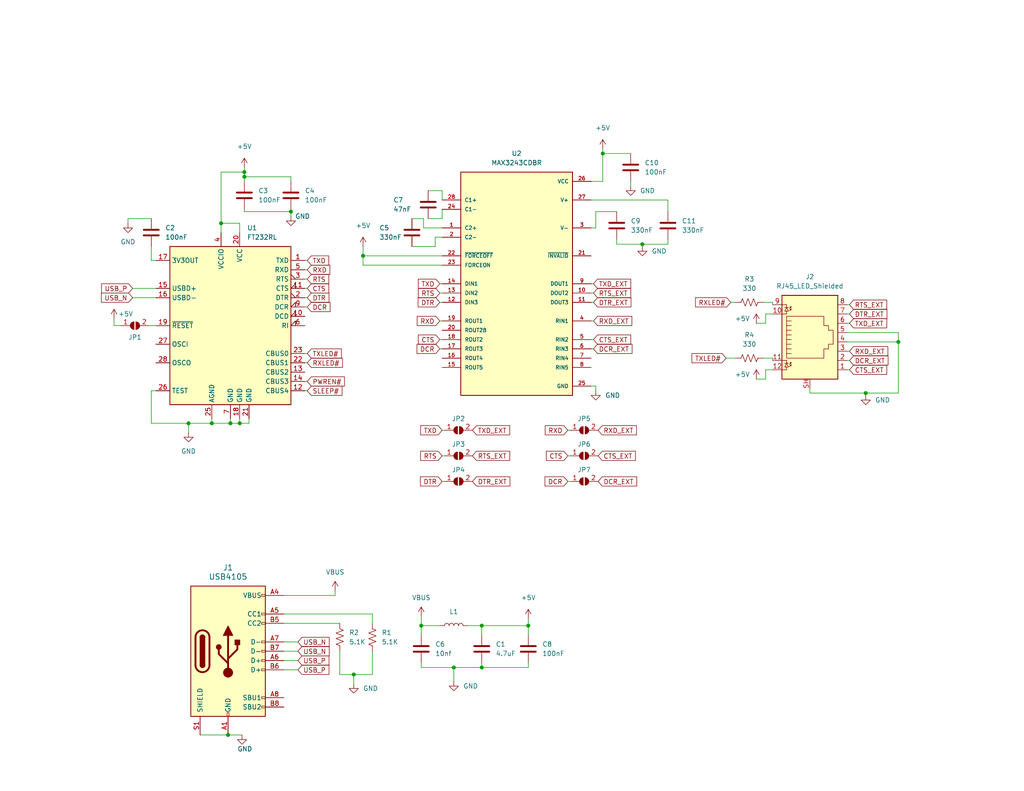
<source format=kicad_sch>
(kicad_sch (version 20231120) (generator "eeschema") (generator_version "8.0")
  (paper "USLetter")
  (title_block (title "USB-C to RS232 RJ45 Adapter") (date "2022-05-27") (rev "2.0"))
  (lib_symbols
    (symbol "Connector:RJ45_LED_Shielded" (pin_names (offset 1.016))
      (property "Reference" "J" (at -5.08 13.97 0))
      (property "Value" "RJ45_LED_Shielded" (at 1.27 13.97 0))
      (symbol "RJ45_LED_Shielded_0_1"
        (polyline (pts (xy -7.62 -7.62) (xy -6.35 -7.62)))
        (polyline (pts (xy -7.62 -5.08) (xy -6.35 -5.08)))
        (polyline (pts (xy -7.62 7.62) (xy -6.35 7.62)))
        (polyline (pts (xy -7.62 10.16) (xy -6.35 10.16)))
        (polyline (pts (xy -6.858 -5.842) (xy -5.842 -5.842)))
        (polyline (pts (xy -6.858 9.398) (xy -5.842 9.398)))
        (polyline (pts (xy -6.35 -7.62) (xy -6.35 -6.858)))
        (polyline (pts (xy -6.35 -5.08) (xy -6.35 -5.842)))
        (polyline (pts (xy -6.35 7.62) (xy -6.35 8.382)))
        (polyline (pts (xy -6.35 10.16) (xy -6.35 9.398)))
        (polyline (pts (xy -5.08 -6.223) (xy -5.207 -6.604)))
        (polyline (pts (xy -5.08 -5.588) (xy -5.207 -5.969)))
        (polyline (pts (xy -5.08 4.445) (xy -6.35 4.445)))
        (polyline (pts (xy -5.08 5.715) (xy -6.35 5.715)))
        (polyline (pts (xy -5.08 9.017) (xy -5.207 8.636)))
        (polyline (pts (xy -5.08 9.652) (xy -5.207 9.271)))
        (polyline (pts (xy -6.35 -3.175) (xy -5.08 -3.175) (xy -5.08 -3.175)))
        (polyline (pts (xy -6.35 -1.905) (xy -5.08 -1.905) (xy -5.08 -1.905)))
        (polyline (pts (xy -6.35 -0.635) (xy -5.08 -0.635) (xy -5.08 -0.635)))
        (polyline (pts (xy -6.35 0.635) (xy -5.08 0.635) (xy -5.08 0.635)))
        (polyline (pts (xy -6.35 1.905) (xy -5.08 1.905) (xy -5.08 1.905)))
        (polyline (pts (xy -5.588 -6.731) (xy -5.08 -6.223) (xy -5.461 -6.35)))
        (polyline (pts (xy -5.588 -6.096) (xy -5.08 -5.588) (xy -5.461 -5.715)))
        (polyline (pts (xy -5.588 8.509) (xy -5.08 9.017) (xy -5.461 8.89)))
        (polyline (pts (xy -5.588 9.144) (xy -5.08 9.652) (xy -5.461 9.525)))
        (polyline (pts (xy -5.08 3.175) (xy -6.35 3.175) (xy -6.35 3.175)))
        (polyline (pts (xy -6.35 -5.842) (xy -6.858 -6.858) (xy -5.842 -6.858) (xy -6.35 -5.842)))
        (polyline (pts (xy -6.35 9.398) (xy -6.858 8.382) (xy -5.842 8.382) (xy -6.35 9.398)))
        (polyline (pts (xy -6.35 -4.445) (xy -6.35 6.985) (xy 3.81 6.985) (xy 3.81 4.445) (xy 5.08 4.445) (xy 5.08 3.175) (xy 6.35 3.175) (xy 6.35 -0.635) (xy 5.08 -0.635) (xy 5.08 -1.905) (xy 3.81 -1.905) (xy 3.81 -4.445) (xy -6.35 -4.445) (xy -6.35 -4.445)))
        (rectangle (start 7.62 12.7) (end -7.62 -10.16) (stroke (width 0.254)) (fill (type background)))
      )
      (symbol "RJ45_LED_Shielded_1_1"
        (pin passive line (at 10.16 -7.62 180) (length 2.54) (name "~") (number "1"))
        (pin passive line (at -10.16 7.62 0) (length 2.54) (name "~") (number "10"))
        (pin passive line (at -10.16 -5.08 0) (length 2.54) (name "~") (number "11"))
        (pin passive line (at -10.16 -7.62 0) (length 2.54) (name "~") (number "12"))
        (pin passive line (at 10.16 -5.08 180) (length 2.54) (name "~") (number "2"))
        (pin passive line (at 10.16 -2.54 180) (length 2.54) (name "~") (number "3"))
        (pin passive line (at 10.16 0 180) (length 2.54) (name "~") (number "4"))
        (pin passive line (at 10.16 2.54 180) (length 2.54) (name "~") (number "5"))
        (pin passive line (at 10.16 5.08 180) (length 2.54) (name "~") (number "6"))
        (pin passive line (at 10.16 7.62 180) (length 2.54) (name "~") (number "7"))
        (pin passive line (at 10.16 10.16 180) (length 2.54) (name "~") (number "8"))
        (pin passive line (at -10.16 10.16 0) (length 2.54) (name "~") (number "9"))
        (pin passive line (at 0 -12.7 90) (length 2.54) (name "~") (number "SH"))
      )
    )
    (symbol "Connector:USB_C_Receptacle_USB2.0_16P" (pin_names (offset 1.016))
      (property "Reference" "J" (at 0 22.225 0))
      (property "Value" "USB_C_Receptacle_USB2.0_16P" (at 0 19.685 0))
      (symbol "USB_C_Receptacle_USB2.0_16P_0_0"
        (rectangle (start -0.254 -17.78) (end 0.254 -16.764))
        (rectangle (start 10.16 -14.986) (end 9.144 -15.494))
        (rectangle (start 10.16 -12.446) (end 9.144 -12.954))
        (rectangle (start 10.16 -4.826) (end 9.144 -5.334))
        (rectangle (start 10.16 -2.286) (end 9.144 -2.794))
        (rectangle (start 10.16 0.254) (end 9.144 -0.254))
        (rectangle (start 10.16 2.794) (end 9.144 2.286))
        (rectangle (start 10.16 7.874) (end 9.144 7.366))
        (rectangle (start 10.16 10.414) (end 9.144 9.906))
        (rectangle (start 10.16 15.494) (end 9.144 14.986))
      )
      (symbol "USB_C_Receptacle_USB2.0_16P_0_1"
        (rectangle (start -10.16 17.78) (end 10.16 -17.78) (stroke (width 0.254)) (fill (type background)))
        (arc (start -8.89 -3.81) (mid -6.985 -5.7067) (end -5.08 -3.81) (stroke (width 0.508)))
        (arc (start -7.62 -3.81) (mid -6.985 -4.4423) (end -6.35 -3.81) (stroke (width 0.254)))
        (arc (start -7.62 -3.81) (mid -6.985 -4.4423) (end -6.35 -3.81) (stroke (width 0.254)) (fill (type outline)))
        (rectangle (start -7.62 -3.81) (end -6.35 3.81) (stroke (width 0.254)) (fill (type outline)))
        (arc (start -6.35 3.81) (mid -6.985 4.4423) (end -7.62 3.81) (stroke (width 0.254)))
        (arc (start -6.35 3.81) (mid -6.985 4.4423) (end -7.62 3.81) (stroke (width 0.254)) (fill (type outline)))
        (arc (start -5.08 3.81) (mid -6.985 5.7067) (end -8.89 3.81) (stroke (width 0.508)))
        (circle (center -2.54 1.143) (radius 0.635) (stroke (width 0.254)) (fill (type outline)))
        (circle (center 0 -5.842) (radius 1.27) (fill (type outline)))
        (polyline (pts (xy -8.89 -3.81) (xy -8.89 3.81)) (stroke (width 0.508)))
        (polyline (pts (xy -5.08 3.81) (xy -5.08 -3.81)) (stroke (width 0.508)))
        (polyline (pts (xy 0 -5.842) (xy 0 4.318)) (stroke (width 0.508)))
        (polyline (pts (xy 0 -3.302) (xy -2.54 -0.762) (xy -2.54 0.508)) (stroke (width 0.508)))
        (polyline (pts (xy 0 -2.032) (xy 2.54 0.508) (xy 2.54 1.778)) (stroke (width 0.508)))
        (polyline (pts (xy -1.27 4.318) (xy 0 6.858) (xy 1.27 4.318) (xy -1.27 4.318)) (stroke (width 0.254)) (fill (type outline)))
        (rectangle (start 1.905 1.778) (end 3.175 3.048) (stroke (width 0.254)) (fill (type outline)))
      )
      (symbol "USB_C_Receptacle_USB2.0_16P_1_1"
        (pin passive line (at 0 -22.86 90) (length 5.08) (name "GND") (number "A1"))
        (pin passive line (at 0 -22.86 90) (length 5.08) hide (name "GND") (number "A12"))
        (pin passive line (at 15.24 15.24 180) (length 5.08) (name "VBUS") (number "A4"))
        (pin bidirectional line (at 15.24 10.16 180) (length 5.08) (name "CC1") (number "A5"))
        (pin bidirectional line (at 15.24 -2.54 180) (length 5.08) (name "D+") (number "A6"))
        (pin bidirectional line (at 15.24 2.54 180) (length 5.08) (name "D-") (number "A7"))
        (pin bidirectional line (at 15.24 -12.7 180) (length 5.08) (name "SBU1") (number "A8"))
        (pin passive line (at 15.24 15.24 180) (length 5.08) hide (name "VBUS") (number "A9"))
        (pin passive line (at 0 -22.86 90) (length 5.08) hide (name "GND") (number "B1"))
        (pin passive line (at 0 -22.86 90) (length 5.08) hide (name "GND") (number "B12"))
        (pin passive line (at 15.24 15.24 180) (length 5.08) hide (name "VBUS") (number "B4"))
        (pin bidirectional line (at 15.24 7.62 180) (length 5.08) (name "CC2") (number "B5"))
        (pin bidirectional line (at 15.24 -5.08 180) (length 5.08) (name "D+") (number "B6"))
        (pin bidirectional line (at 15.24 0 180) (length 5.08) (name "D-") (number "B7"))
        (pin bidirectional line (at 15.24 -15.24 180) (length 5.08) (name "SBU2") (number "B8"))
        (pin passive line (at 15.24 15.24 180) (length 5.08) hide (name "VBUS") (number "B9"))
        (pin passive line (at -7.62 -22.86 90) (length 5.08) (name "SHIELD") (number "S1"))
      )
    )
    (symbol "CustomSymbols:MAX3243CDBR" (pin_names (offset 1.016))
      (property "Reference" "U?" (at 0 35.56 0))
      (property "Value" "MAX3243CDBR" (at 0 33.02 0))
      (symbol "MAX3243CDBR_0_0"
        (rectangle (start -15.24 -30.48) (end 15.24 30.48) (stroke (width 0.254)) (fill (type background)))
        (pin passive line (at -20.32 15.24 0) (length 5.08) (name "C2+") (number "1"))
        (pin output line (at 20.32 -2.54 180) (length 5.08) (name "DOUT2") (number "10"))
        (pin output line (at 20.32 -5.08 180) (length 5.08) (name "DOUT3") (number "11"))
        (pin input line (at -20.32 -5.08 0) (length 5.08) (name "DIN3") (number "12"))
        (pin input line (at -20.32 -2.54 0) (length 5.08) (name "DIN2") (number "13"))
        (pin input line (at -20.32 0 0) (length 5.08) (name "DIN1") (number "14"))
        (pin output line (at -20.32 -22.86 0) (length 5.08) (name "ROUT5") (number "15"))
        (pin output line (at -20.32 -20.32 0) (length 5.08) (name "ROUT4") (number "16"))
        (pin output line (at -20.32 -17.78 0) (length 5.08) (name "ROUT3") (number "17"))
        (pin output line (at -20.32 -15.24 0) (length 5.08) (name "ROUT2") (number "18"))
        (pin output line (at -20.32 -10.16 0) (length 5.08) (name "ROUT1") (number "19"))
        (pin passive line (at -20.32 12.7 0) (length 5.08) (name "C2-") (number "2"))
        (pin output line (at -20.32 -12.7 0) (length 5.08) (name "ROUT2B") (number "20"))
        (pin output line (at 20.32 7.62 180) (length 5.08) (name "~{INVALID}") (number "21"))
        (pin input line (at -20.32 7.62 0) (length 5.08) (name "~{FORCEOFF}") (number "22"))
        (pin input line (at -20.32 5.08 0) (length 5.08) (name "FORCEON") (number "23"))
        (pin passive line (at -20.32 20.32 0) (length 5.08) (name "C1-") (number "24"))
        (pin power_in line (at 20.32 -27.94 180) (length 5.08) (name "GND") (number "25"))
        (pin power_in line (at 20.32 27.94 180) (length 5.08) (name "VCC") (number "26"))
        (pin output line (at 20.32 22.86 180) (length 5.08) (name "V+") (number "27"))
        (pin passive line (at -20.32 22.86 0) (length 5.08) (name "C1+") (number "28"))
        (pin output line (at 20.32 15.24 180) (length 5.08) (name "V-") (number "3"))
        (pin input line (at 20.32 -10.16 180) (length 5.08) (name "RIN1") (number "4"))
        (pin input line (at 20.32 -15.24 180) (length 5.08) (name "RIN2") (number "5"))
        (pin input line (at 20.32 -17.78 180) (length 5.08) (name "RIN3") (number "6"))
        (pin input line (at 20.32 -20.32 180) (length 5.08) (name "RIN4") (number "7"))
        (pin input line (at 20.32 -22.86 180) (length 5.08) (name "RIN5") (number "8"))
        (pin output line (at 20.32 0 180) (length 5.08) (name "DOUT1") (number "9"))
      )
    )
    (symbol "Device:C" (pin_numbers hide) (pin_names (offset 0.254))
      (property "Reference" "C" (at 0.635 2.54 0))
      (property "Value" "C" (at 0.635 -2.54 0))
      (symbol "C_0_1"
        (polyline (pts (xy -2.032 -0.762) (xy 2.032 -0.762)) (stroke (width 0.508)))
        (polyline (pts (xy -2.032 0.762) (xy 2.032 0.762)) (stroke (width 0.508)))
      )
      (symbol "C_1_1"
        (pin passive line (at 0 3.81 270) (length 2.794) (name "~") (number "1"))
        (pin passive line (at 0 -3.81 90) (length 2.794) (name "~") (number "2"))
      )
    )
    (symbol "Device:L" (pin_numbers hide) (pin_names (offset 1.016) hide)
      (property "Reference" "L" (at -1.27 0 90))
      (property "Value" "L" (at 1.905 0 90))
      (symbol "L_0_1"
        (arc (start 0 -2.54) (mid 0.6323 -1.905) (end 0 -1.27))
        (arc (start 0 -1.27) (mid 0.6323 -0.635) (end 0 0))
        (arc (start 0 0) (mid 0.6323 0.635) (end 0 1.27))
        (arc (start 0 1.27) (mid 0.6323 1.905) (end 0 2.54))
      )
      (symbol "L_1_1"
        (pin passive line (at 0 3.81 270) (length 1.27) (name "1") (number "1"))
        (pin passive line (at 0 -3.81 90) (length 1.27) (name "2") (number "2"))
      )
    )
    (symbol "Device:R_US" (pin_numbers hide) (pin_names (offset 0))
      (property "Reference" "R" (at 2.54 0 90))
      (property "Value" "R_US" (at -2.54 0 90))
      (symbol "R_US_0_1"
        (polyline (pts (xy 0 -2.286) (xy 0 -2.54)))
        (polyline (pts (xy 0 2.286) (xy 0 2.54)))
        (polyline (pts (xy 0 -0.762) (xy 1.016 -1.143) (xy 0 -1.524) (xy -1.016 -1.905) (xy 0 -2.286)))
        (polyline (pts (xy 0 0.762) (xy 1.016 0.381) (xy 0 0) (xy -1.016 -0.381) (xy 0 -0.762)))
        (polyline (pts (xy 0 2.286) (xy 1.016 1.905) (xy 0 1.524) (xy -1.016 1.143) (xy 0 0.762)))
      )
      (symbol "R_US_1_1"
        (pin passive line (at 0 3.81 270) (length 1.27) (name "~") (number "1"))
        (pin passive line (at 0 -3.81 90) (length 1.27) (name "~") (number "2"))
      )
    )
    (symbol "Interface_USB:FT232RL"
      (property "Reference" "U" (at -16.51 22.86 0))
      (property "Value" "FT232RL" (at 10.16 22.86 0))
      (symbol "FT232RL_0_1"
        (rectangle (start -16.51 21.59) (end 16.51 -21.59) (stroke (width 0.254)) (fill (type background)))
      )
      (symbol "FT232RL_1_1"
        (pin output line (at 20.32 17.78 180) (length 3.81) (name "TXD") (number "1"))
        (pin input input_low (at 20.32 2.54 180) (length 3.81) (name "DCD") (number "10"))
        (pin input input_low (at 20.32 10.16 180) (length 3.81) (name "CTS") (number "11"))
        (pin bidirectional line (at 20.32 -17.78 180) (length 3.81) (name "CBUS4") (number "12"))
        (pin bidirectional line (at 20.32 -12.7 180) (length 3.81) (name "CBUS2") (number "13"))
        (pin bidirectional line (at 20.32 -15.24 180) (length 3.81) (name "CBUS3") (number "14"))
        (pin bidirectional line (at -20.32 10.16 0) (length 3.81) (name "USBD+") (number "15"))
        (pin bidirectional line (at -20.32 7.62 0) (length 3.81) (name "USBD-") (number "16"))
        (pin power_out line (at -20.32 17.78 0) (length 3.81) (name "3V3OUT") (number "17"))
        (pin power_in line (at 2.54 -25.4 90) (length 3.81) (name "GND") (number "18"))
        (pin input line (at -20.32 0 0) (length 3.81) (name "~{RESET}") (number "19"))
        (pin output output_low (at 20.32 7.62 180) (length 3.81) (name "DTR") (number "2"))
        (pin power_in line (at 2.54 25.4 270) (length 3.81) (name "VCC") (number "20"))
        (pin power_in line (at 5.08 -25.4 90) (length 3.81) (name "GND") (number "21"))
        (pin bidirectional line (at 20.32 -10.16 180) (length 3.81) (name "CBUS1") (number "22"))
        (pin bidirectional line (at 20.32 -7.62 180) (length 3.81) (name "CBUS0") (number "23"))
        (pin power_in line (at -5.08 -25.4 90) (length 3.81) (name "AGND") (number "25"))
        (pin input line (at -20.32 -17.78 0) (length 3.81) (name "TEST") (number "26"))
        (pin input line (at -20.32 -5.08 0) (length 3.81) (name "OSCI") (number "27"))
        (pin output line (at -20.32 -10.16 0) (length 3.81) (name "OSCO") (number "28"))
        (pin output output_low (at 20.32 12.7 180) (length 3.81) (name "RTS") (number "3"))
        (pin power_in line (at -2.54 25.4 270) (length 3.81) (name "VCCIO") (number "4"))
        (pin input line (at 20.32 15.24 180) (length 3.81) (name "RXD") (number "5"))
        (pin input input_low (at 20.32 0 180) (length 3.81) (name "RI") (number "6"))
        (pin power_in line (at 0 -25.4 90) (length 3.81) (name "GND") (number "7"))
        (pin input input_low (at 20.32 5.08 180) (length 3.81) (name "DCR") (number "9"))
      )
    )
    (symbol "Jumper:SolderJumper_2_Open" (pin_names (offset 0) hide)
      (property "Reference" "JP" (at 0 2.032 0))
      (property "Value" "SolderJumper_2_Open" (at 0 -2.54 0))
      (symbol "SolderJumper_2_Open_0_1"
        (arc (start -0.254 1.016) (mid -1.2655 0) (end -0.254 -1.016))
        (arc (start -0.254 1.016) (mid -1.2655 0) (end -0.254 -1.016) (fill (type outline)))
        (polyline (pts (xy -0.254 1.016) (xy -0.254 -1.016)))
        (polyline (pts (xy 0.254 1.016) (xy 0.254 -1.016)))
        (arc (start 0.254 -1.016) (mid 1.2655 0) (end 0.254 1.016))
        (arc (start 0.254 -1.016) (mid 1.2655 0) (end 0.254 1.016) (fill (type outline)))
      )
      (symbol "SolderJumper_2_Open_1_1"
        (pin passive line (at -3.81 0 0) (length 2.54) (name "A") (number "1"))
        (pin passive line (at 3.81 0 180) (length 2.54) (name "B") (number "2"))
      )
    )
    (symbol "power:+5V" (power) (pin_names (offset 0))
      (property "Value" "+5V" (at 0 3.556 0))
      (symbol "+5V_0_1"
        (polyline (pts (xy -0.762 1.27) (xy 0 2.54)))
        (polyline (pts (xy 0 0) (xy 0 2.54)))
        (polyline (pts (xy 0 2.54) (xy 0.762 1.27)))
      )
      (symbol "+5V_1_1"
        (pin power_in line (at 0 0 90) (length 0) hide (name "+5V") (number "1"))
      )
    )
    (symbol "power:GND" (power) (pin_names (offset 0))
      (property "Value" "GND" (at 0 -3.81 0))
      (symbol "GND_0_1"
        (polyline (pts (xy 0 0) (xy 0 -1.27) (xy 1.27 -1.27) (xy 0 -2.54) (xy -1.27 -1.27) (xy 0 -1.27)))
      )
      (symbol "GND_1_1"
        (pin power_in line (at 0 0 270) (length 0) hide (name "GND") (number "1"))
      )
    )
    (symbol "power:VBUS" (power) (pin_names (offset 0))
      (property "Value" "VBUS" (at 0 3.81 0))
      (symbol "VBUS_0_1"
        (polyline (pts (xy -0.762 1.27) (xy 0 2.54)))
        (polyline (pts (xy 0 0) (xy 0 2.54)))
        (polyline (pts (xy 0 2.54) (xy 0.762 1.27)))
      )
      (symbol "VBUS_1_1"
        (pin power_in line (at 0 0 90) (length 0) hide (name "VBUS") (number "1"))
      )
    )
  )
  (junction (at 114.935 170.815))
  (junction (at 99.06 69.85))
  (junction (at 62.23 200.66))
  (junction (at 66.675 48.26))
  (junction (at 131.445 170.815))
  (junction (at 175.26 66.675))
  (junction (at 131.445 182.245))
  (junction (at 62.865 115.57))
  (junction (at 236.22 107.315))
  (junction (at 96.52 184.15))
  (junction (at 66.675 46.99))
  (junction (at 57.785 115.57))
  (junction (at 123.825 182.245))
  (junction (at 60.325 60.96))
  (junction (at 79.375 57.785))
  (junction (at 51.435 115.57))
  (junction (at 144.145 170.815))
  (junction (at 245.11 93.345))
  (junction (at 164.465 41.91))
  (junction (at 65.405 115.57))
  (wire (pts (xy 231.14 93.345) (xy 245.11 93.345)))
  (wire (pts (xy 66.675 48.26) (xy 66.675 49.53)))
  (wire (pts (xy 164.465 41.91) (xy 172.085 41.91)))
  (wire (pts (xy 34.925 59.69) (xy 41.275 59.69)))
  (wire (pts (xy 245.11 93.345) (xy 245.11 107.315)))
  (wire (pts (xy 161.925 77.47) (xy 161.29 77.47)))
  (wire (pts (xy 220.98 107.315) (xy 236.22 107.315)))
  (wire (pts (xy 34.925 59.69) (xy 34.925 60.96)))
  (wire (pts (xy 164.465 40.64) (xy 164.465 41.91)))
  (wire (pts (xy 83.82 99.06) (xy 83.185 99.06)))
  (wire (pts (xy 60.325 46.99) (xy 60.325 60.96)))
  (wire (pts (xy 162.56 57.785) (xy 168.275 57.785)))
  (wire (pts (xy 120.65 117.475) (xy 121.285 117.475)))
  (wire (pts (xy 154.94 124.46) (xy 155.575 124.46)))
  (wire (pts (xy 79.375 49.53) (xy 79.375 48.26)))
  (wire (pts (xy 79.375 57.785) (xy 79.375 59.055)))
  (wire (pts (xy 144.145 180.975) (xy 144.145 182.245)))
  (wire (pts (xy 77.47 182.88) (xy 81.28 182.88)))
  (wire (pts (xy 120.015 77.47) (xy 120.65 77.47)))
  (wire (pts (xy 51.435 115.57) (xy 41.275 115.57)))
  (wire (pts (xy 65.405 114.3) (xy 65.405 115.57)))
  (wire (pts (xy 114.935 182.245) (xy 123.825 182.245)))
  (wire (pts (xy 77.47 167.64) (xy 101.6 167.64)))
  (wire (pts (xy 161.925 92.71) (xy 161.29 92.71)))
  (wire (pts (xy 161.29 54.61) (xy 182.245 54.61)))
  (wire (pts (xy 120.65 131.445) (xy 121.285 131.445)))
  (wire (pts (xy 161.29 49.53) (xy 164.465 49.53)))
  (wire (pts (xy 208.915 88.265) (xy 206.375 88.265)))
  (wire (pts (xy 161.925 87.63) (xy 161.29 87.63)))
  (wire (pts (xy 118.745 64.77) (xy 120.65 64.77)))
  (wire (pts (xy 77.47 162.56) (xy 91.44 162.56)))
  (wire (pts (xy 231.14 95.885) (xy 231.775 95.885)))
  (wire (pts (xy 91.44 161.29) (xy 91.44 162.56)))
  (wire (pts (xy 65.405 60.96) (xy 65.405 63.5)))
  (wire (pts (xy 120.015 87.63) (xy 120.65 87.63)))
  (wire (pts (xy 62.23 200.66) (xy 66.04 200.66)))
  (wire (pts (xy 31.115 86.995) (xy 31.115 88.9)))
  (wire (pts (xy 208.915 100.965) (xy 208.915 103.505)))
  (wire (pts (xy 120.015 80.01) (xy 120.65 80.01)))
  (wire (pts (xy 144.145 182.245) (xy 131.445 182.245)))
  (wire (pts (xy 120.65 124.46) (xy 121.285 124.46)))
  (wire (pts (xy 114.935 180.975) (xy 114.935 182.245)))
  (wire (pts (xy 154.94 131.445) (xy 155.575 131.445)))
  (wire (pts (xy 83.82 104.14) (xy 83.185 104.14)))
  (wire (pts (xy 83.82 73.66) (xy 83.185 73.66)))
  (wire (pts (xy 131.445 180.975) (xy 131.445 182.245)))
  (wire (pts (xy 41.275 106.68) (xy 42.545 106.68)))
  (wire (pts (xy 154.94 117.475) (xy 155.575 117.475)))
  (wire (pts (xy 77.47 175.26) (xy 81.28 175.26)))
  (wire (pts (xy 120.65 69.85) (xy 99.06 69.85)))
  (wire (pts (xy 79.375 48.26) (xy 66.675 48.26)))
  (wire (pts (xy 144.145 168.91) (xy 144.145 170.815)))
  (wire (pts (xy 83.82 71.12) (xy 83.185 71.12)))
  (wire (pts (xy 36.195 81.28) (xy 42.545 81.28)))
  (wire (pts (xy 182.245 66.675) (xy 175.26 66.675)))
  (wire (pts (xy 42.545 71.12) (xy 41.275 71.12)))
  (wire (pts (xy 99.06 67.31) (xy 99.06 69.85)))
  (wire (pts (xy 66.675 57.785) (xy 79.375 57.785)))
  (wire (pts (xy 245.11 90.805) (xy 245.11 93.345)))
  (wire (pts (xy 120.015 82.55) (xy 120.65 82.55)))
  (wire (pts (xy 66.675 46.99) (xy 66.675 48.26)))
  (wire (pts (xy 31.115 88.9) (xy 33.02 88.9)))
  (wire (pts (xy 92.71 177.8) (xy 92.71 184.15)))
  (wire (pts (xy 65.405 115.57) (xy 62.865 115.57)))
  (wire (pts (xy 208.915 103.505) (xy 206.375 103.505)))
  (wire (pts (xy 245.11 107.315) (xy 236.22 107.315)))
  (wire (pts (xy 231.14 85.725) (xy 231.775 85.725)))
  (wire (pts (xy 162.56 62.23) (xy 162.56 57.785)))
  (wire (pts (xy 172.085 49.53) (xy 172.085 50.8)))
  (wire (pts (xy 57.785 114.3) (xy 57.785 115.57)))
  (wire (pts (xy 36.195 78.74) (xy 42.545 78.74)))
  (wire (pts (xy 77.47 180.34) (xy 81.28 180.34)))
  (wire (pts (xy 127.635 170.815) (xy 131.445 170.815)))
  (wire (pts (xy 101.6 184.15) (xy 96.52 184.15)))
  (wire (pts (xy 120.65 52.07) (xy 116.84 52.07)))
  (wire (pts (xy 114.935 168.275) (xy 114.935 170.815)))
  (wire (pts (xy 208.28 97.79) (xy 210.82 97.79)))
  (wire (pts (xy 144.145 173.355) (xy 144.145 170.815)))
  (wire (pts (xy 92.71 184.15) (xy 96.52 184.15)))
  (wire (pts (xy 210.82 100.965) (xy 208.915 100.965)))
  (wire (pts (xy 182.245 65.405) (xy 182.245 66.675)))
  (wire (pts (xy 220.98 106.045) (xy 220.98 107.315)))
  (wire (pts (xy 131.445 182.245) (xy 123.825 182.245)))
  (wire (pts (xy 208.915 85.725) (xy 208.915 88.265)))
  (wire (pts (xy 120.65 54.61) (xy 120.65 52.07)))
  (wire (pts (xy 60.325 60.96) (xy 60.325 63.5)))
  (wire (pts (xy 175.26 67.31) (xy 175.26 66.675)))
  (wire (pts (xy 231.14 100.965) (xy 231.775 100.965)))
  (wire (pts (xy 210.82 97.79) (xy 210.82 98.425)))
  (wire (pts (xy 57.785 115.57) (xy 62.865 115.57)))
  (wire (pts (xy 83.82 78.74) (xy 83.185 78.74)))
  (wire (pts (xy 168.275 65.405) (xy 168.275 66.675)))
  (wire (pts (xy 123.825 182.245) (xy 123.825 186.055)))
  (wire (pts (xy 161.925 82.55) (xy 161.29 82.55)))
  (wire (pts (xy 182.245 54.61) (xy 182.245 57.785)))
  (wire (pts (xy 112.395 67.31) (xy 118.745 67.31)))
  (wire (pts (xy 162.56 62.23) (xy 161.29 62.23)))
  (wire (pts (xy 66.675 45.72) (xy 66.675 46.99)))
  (wire (pts (xy 79.375 57.15) (xy 79.375 57.785)))
  (wire (pts (xy 116.84 59.69) (xy 120.65 59.69)))
  (wire (pts (xy 236.22 107.315) (xy 236.22 107.95)))
  (wire (pts (xy 118.745 67.31) (xy 118.745 64.77)))
  (wire (pts (xy 161.925 95.25) (xy 161.29 95.25)))
  (wire (pts (xy 198.12 97.79) (xy 200.66 97.79)))
  (wire (pts (xy 131.445 170.815) (xy 131.445 173.355)))
  (wire (pts (xy 99.06 69.85) (xy 99.06 72.39)))
  (wire (pts (xy 208.28 82.55) (xy 210.82 82.55)))
  (wire (pts (xy 62.23 199.39) (xy 62.23 200.66)))
  (wire (pts (xy 83.82 96.52) (xy 83.185 96.52)))
  (wire (pts (xy 101.6 167.64) (xy 101.6 170.18)))
  (wire (pts (xy 54.61 200.66) (xy 62.23 200.66)))
  (wire (pts (xy 51.435 115.57) (xy 51.435 118.11)))
  (wire (pts (xy 77.47 177.8) (xy 81.28 177.8)))
  (wire (pts (xy 66.675 46.99) (xy 60.325 46.99)))
  (wire (pts (xy 83.82 81.28) (xy 83.185 81.28)))
  (wire (pts (xy 112.395 59.69) (xy 115.57 59.69)))
  (wire (pts (xy 144.145 170.815) (xy 131.445 170.815)))
  (wire (pts (xy 210.82 85.725) (xy 208.915 85.725)))
  (wire (pts (xy 62.865 114.3) (xy 62.865 115.57)))
  (wire (pts (xy 162.56 105.41) (xy 162.56 106.68)))
  (wire (pts (xy 120.65 59.69) (xy 120.65 57.15)))
  (wire (pts (xy 120.015 92.71) (xy 120.65 92.71)))
  (wire (pts (xy 120.015 95.25) (xy 120.65 95.25)))
  (wire (pts (xy 83.82 76.2) (xy 83.185 76.2)))
  (wire (pts (xy 41.275 71.12) (xy 41.275 67.31)))
  (wire (pts (xy 83.82 106.68) (xy 83.185 106.68)))
  (wire (pts (xy 168.275 66.675) (xy 175.26 66.675)))
  (wire (pts (xy 199.39 82.55) (xy 200.66 82.55)))
  (wire (pts (xy 83.82 83.82) (xy 83.185 83.82)))
  (wire (pts (xy 41.275 115.57) (xy 41.275 106.68)))
  (wire (pts (xy 67.945 114.3) (xy 67.945 115.57)))
  (wire (pts (xy 101.6 177.8) (xy 101.6 184.15)))
  (wire (pts (xy 40.64 88.9) (xy 42.545 88.9)))
  (wire (pts (xy 115.57 62.23) (xy 120.65 62.23)))
  (wire (pts (xy 231.14 90.805) (xy 245.11 90.805)))
  (wire (pts (xy 210.82 82.55) (xy 210.82 83.185)))
  (wire (pts (xy 231.14 88.265) (xy 231.775 88.265)))
  (wire (pts (xy 120.65 72.39) (xy 99.06 72.39)))
  (wire (pts (xy 77.47 170.18) (xy 92.71 170.18)))
  (wire (pts (xy 231.14 83.185) (xy 231.775 83.185)))
  (wire (pts (xy 60.325 60.96) (xy 65.405 60.96)))
  (wire (pts (xy 96.52 186.69) (xy 96.52 184.15)))
  (wire (pts (xy 115.57 59.69) (xy 115.57 62.23)))
  (wire (pts (xy 231.14 98.425) (xy 231.775 98.425)))
  (wire (pts (xy 114.935 170.815) (xy 120.015 170.815)))
  (wire (pts (xy 164.465 49.53) (xy 164.465 41.91)))
  (wire (pts (xy 161.29 105.41) (xy 162.56 105.41)))
  (wire (pts (xy 66.675 57.15) (xy 66.675 57.785)))
  (wire (pts (xy 161.925 80.01) (xy 161.29 80.01)))
  (wire (pts (xy 67.945 115.57) (xy 65.405 115.57)))
  (wire (pts (xy 114.935 170.815) (xy 114.935 173.355)))
  (wire (pts (xy 57.785 115.57) (xy 51.435 115.57)))
  (global_label "RXD_EXT" (shape input) (at 163.195 117.475 0) (property "Intersheetrefs" "${INTERSHEET_REFS}" (effects (hide yes))))
  (global_label "TXD_EXT" (shape input) (at 231.775 88.265 0) (property "Intersheetrefs" "${INTERSHEET_REFS}" (effects (hide yes))))
  (global_label "DCR" (shape input) (at 120.015 95.25 180) (property "Intersheetrefs" "${INTERSHEET_REFS}" (effects (hide yes))))
  (global_label "USB_N" (shape input) (at 36.195 81.28 180) (property "Intersheetrefs" "${INTERSHEET_REFS}" (effects (hide yes))))
  (global_label "RXD_EXT" (shape input) (at 231.775 95.885 0) (property "Intersheetrefs" "${INTERSHEET_REFS}" (effects (hide yes))))
  (global_label "RXLED#" (shape input) (at 83.82 99.06 0) (property "Intersheetrefs" "${INTERSHEET_REFS}" (effects (hide yes))))
  (global_label "RTS" (shape input) (at 120.015 80.01 180) (property "Intersheetrefs" "${INTERSHEET_REFS}" (effects (hide yes))))
  (global_label "RXD_EXT" (shape input) (at 161.925 87.63 0) (property "Intersheetrefs" "${INTERSHEET_REFS}" (effects (hide yes))))
  (global_label "TXD" (shape input) (at 83.82 71.12 0) (property "Intersheetrefs" "${INTERSHEET_REFS}" (effects (hide yes))))
  (global_label "TXD_EXT" (shape input) (at 128.905 117.475 0) (property "Intersheetrefs" "${INTERSHEET_REFS}" (effects (hide yes))))
  (global_label "USB_N" (shape input) (at 81.28 177.8 0) (property "Intersheetrefs" "${INTERSHEET_REFS}" (effects (hide yes))))
  (global_label "RXD" (shape input) (at 120.015 87.63 180) (property "Intersheetrefs" "${INTERSHEET_REFS}" (effects (hide yes))))
  (global_label "DCR_EXT" (shape input) (at 231.775 98.425 0) (property "Intersheetrefs" "${INTERSHEET_REFS}" (effects (hide yes))))
  (global_label "TXD" (shape input) (at 120.65 117.475 180) (property "Intersheetrefs" "${INTERSHEET_REFS}" (effects (hide yes))))
  (global_label "CTS" (shape input) (at 154.94 124.46 180) (property "Intersheetrefs" "${INTERSHEET_REFS}" (effects (hide yes))))
  (global_label "RXD" (shape input) (at 154.94 117.475 180) (property "Intersheetrefs" "${INTERSHEET_REFS}" (effects (hide yes))))
  (global_label "DTR" (shape input) (at 120.015 82.55 180) (property "Intersheetrefs" "${INTERSHEET_REFS}" (effects (hide yes))))
  (global_label "DTR_EXT" (shape input) (at 161.925 82.55 0) (property "Intersheetrefs" "${INTERSHEET_REFS}" (effects (hide yes))))
  (global_label "RXD" (shape input) (at 83.82 73.66 0) (property "Intersheetrefs" "${INTERSHEET_REFS}" (effects (hide yes))))
  (global_label "RTS" (shape input) (at 120.65 124.46 180) (property "Intersheetrefs" "${INTERSHEET_REFS}" (effects (hide yes))))
  (global_label "TXD_EXT" (shape input) (at 161.925 77.47 0) (property "Intersheetrefs" "${INTERSHEET_REFS}" (effects (hide yes))))
  (global_label "USB_P" (shape input) (at 81.28 180.34 0) (property "Intersheetrefs" "${INTERSHEET_REFS}" (effects (hide yes))))
  (global_label "CTS" (shape input) (at 120.015 92.71 180) (property "Intersheetrefs" "${INTERSHEET_REFS}" (effects (hide yes))))
  (global_label "CTS" (shape input) (at 83.82 78.74 0) (property "Intersheetrefs" "${INTERSHEET_REFS}" (effects (hide yes))))
  (global_label "USB_N" (shape input) (at 81.28 175.26 0) (property "Intersheetrefs" "${INTERSHEET_REFS}" (effects (hide yes))))
  (global_label "RTS" (shape input) (at 83.82 76.2 0) (property "Intersheetrefs" "${INTERSHEET_REFS}" (effects (hide yes))))
  (global_label "DTR" (shape input) (at 120.65 131.445 180) (property "Intersheetrefs" "${INTERSHEET_REFS}" (effects (hide yes))))
  (global_label "SLEEP#" (shape input) (at 83.82 106.68 0) (property "Intersheetrefs" "${INTERSHEET_REFS}" (effects (hide yes))))
  (global_label "DCR" (shape input) (at 154.94 131.445 180) (property "Intersheetrefs" "${INTERSHEET_REFS}" (effects (hide yes))))
  (global_label "USB_P" (shape input) (at 81.28 182.88 0) (property "Intersheetrefs" "${INTERSHEET_REFS}" (effects (hide yes))))
  (global_label "DTR_EXT" (shape input) (at 128.905 131.445 0) (property "Intersheetrefs" "${INTERSHEET_REFS}" (effects (hide yes))))
  (global_label "DTR" (shape input) (at 83.82 81.28 0) (property "Intersheetrefs" "${INTERSHEET_REFS}" (effects (hide yes))))
  (global_label "TXD" (shape input) (at 120.015 77.47 180) (property "Intersheetrefs" "${INTERSHEET_REFS}" (effects (hide yes))))
  (global_label "DCR_EXT" (shape input) (at 163.195 131.445 0) (property "Intersheetrefs" "${INTERSHEET_REFS}" (effects (hide yes))))
  (global_label "CTS_EXT" (shape input) (at 163.195 124.46 0) (property "Intersheetrefs" "${INTERSHEET_REFS}" (effects (hide yes))))
  (global_label "DCR" (shape input) (at 83.82 83.82 0) (property "Intersheetrefs" "${INTERSHEET_REFS}" (effects (hide yes))))
  (global_label "CTS_EXT" (shape input) (at 231.775 100.965 0) (property "Intersheetrefs" "${INTERSHEET_REFS}" (effects (hide yes))))
  (global_label "PWREN#" (shape input) (at 83.82 104.14 0) (property "Intersheetrefs" "${INTERSHEET_REFS}" (effects (hide yes))))
  (global_label "CTS_EXT" (shape input) (at 161.925 92.71 0) (property "Intersheetrefs" "${INTERSHEET_REFS}" (effects (hide yes))))
  (global_label "RXLED#" (shape input) (at 199.39 82.55 180) (property "Intersheetrefs" "${INTERSHEET_REFS}" (effects (hide yes))))
  (global_label "USB_P" (shape input) (at 36.195 78.74 180) (property "Intersheetrefs" "${INTERSHEET_REFS}" (effects (hide yes))))
  (global_label "TXLED#" (shape input) (at 83.82 96.52 0) (property "Intersheetrefs" "${INTERSHEET_REFS}" (effects (hide yes))))
  (global_label "RTS_EXT" (shape input) (at 128.905 124.46 0) (property "Intersheetrefs" "${INTERSHEET_REFS}" (effects (hide yes))))
  (global_label "RTS_EXT" (shape input) (at 231.775 83.185 0) (property "Intersheetrefs" "${INTERSHEET_REFS}" (effects (hide yes))))
  (global_label "RTS_EXT" (shape input) (at 161.925 80.01 0) (property "Intersheetrefs" "${INTERSHEET_REFS}" (effects (hide yes))))
  (global_label "DTR_EXT" (shape input) (at 231.775 85.725 0) (property "Intersheetrefs" "${INTERSHEET_REFS}" (effects (hide yes))))
  (global_label "TXLED#" (shape input) (at 198.12 97.79 180) (property "Intersheetrefs" "${INTERSHEET_REFS}" (effects (hide yes))))
  (global_label "DCR_EXT" (shape input) (at 161.925 95.25 0) (property "Intersheetrefs" "${INTERSHEET_REFS}" (effects (hide yes))))
  (symbol (lib_id "Device:C") (at 41.275 63.5 0) (unit 1)
    (property "Reference" "C2" (at 45.085 62.2299 0) (effects (justify left)))
    (property "Value" "100nF" (at 45.085 64.7699 0) (effects (justify left)))
    (property "Footprint" "Capacitor_SMD:C_0603_1608Metric_Pad1.08x0.95mm_HandSolder" (effects (hide yes)))
  )
  (symbol (lib_id "Connector:USB_C_Receptacle_USB2.0_16P") (at 62.23 177.8 0) (unit 1)
    (property "Reference" "J1" (at 62.23 154.94 0) (effects (font (size 1.524 1.524))))
    (property "Value" "USB4105" (at 62.23 157.48 0) (effects (font (size 1.524 1.524))))
    (property "Footprint" "Connector_USB:USB_C_Receptacle_HRO_TYPE-C-31-M-12" (effects (hide yes)))
    (property "Datasheet" "https://www.usb.org/sites/default/files/documents/usb_type-c.zip" (effects (hide yes)))
    (property "Description" "USB 2.0-only 16P Type-C Receptacle connector" (effects (hide yes)))
    (property "PARTREV" "B3" (effects (hide yes)))
    (property "STANDARD" "Manufacturer Recommendations" (effects (hide yes)))
    (property "MAXIMUM_PACKAGE_HEIGHT" "3.31mm" (effects (hide yes)))
    (property "MANUFACTURER" "Global Connector Technology" (effects (hide yes)))
  )
  (symbol (lib_id "Device:C") (at 144.145 177.165 0) (unit 1)
    (property "Reference" "C8" (at 147.955 175.8949 0) (effects (justify left)))
    (property "Value" "100nF" (at 147.955 178.4349 0) (effects (justify left)))
    (property "Footprint" "Capacitor_SMD:C_0603_1608Metric_Pad1.08x0.95mm_HandSolder" (effects (hide yes)))
  )
  (symbol (lib_id "Connector:RJ45_LED_Shielded") (at 220.98 93.345 0) (unit 1)
    (property "Reference" "J2" (at 220.98 75.565 0))
    (property "Value" "RJ45_LED_Shielded" (at 220.98 78.105 0))
    (property "Footprint" "Connector_RJ:RJ45_Amphenol_RJHSE538X" (effects (hide yes)))
  )
  (symbol (lib_id "Device:C") (at 79.375 53.34 0) (unit 1)
    (property "Reference" "C4" (at 83.185 52.0699 0) (effects (justify left)))
    (property "Value" "100nF" (at 83.185 54.6099 0) (effects (justify left)))
    (property "Footprint" "Capacitor_SMD:C_0603_1608Metric_Pad1.08x0.95mm_HandSolder" (effects (hide yes)))
  )
  (symbol (lib_id "power:GND") (at 79.375 59.055 0) (unit 1)
    (property "Reference" "#PWR0110" (effects (hide yes)))
    (property "Value" "GND" (at 82.55 59.055 0))
  )
  (symbol (lib_id "Jumper:SolderJumper_2_Open") (at 36.83 88.9 0) (unit 1)
    (property "Reference" "JP1" (at 36.83 92.075 0))
    (property "Value" "SolderJumper_2_Open" (effects (hide yes)))
    (property "Footprint" "Jumper:SolderJumper-2_P1.3mm_Open_RoundedPad1.0x1.5mm" (effects (hide yes)))
  )
  (symbol (lib_id "power:GND") (at 175.26 67.31 0) (unit 1)
    (property "Reference" "#PWR0111" (effects (hide yes)))
    (property "Value" "GND" (at 177.8 68.5799 0) (effects (justify left)))
  )
  (symbol (lib_id "Device:C") (at 168.275 61.595 0) (unit 1)
    (property "Reference" "C9" (at 172.085 60.3249 0) (effects (justify left)))
    (property "Value" "330nF" (at 172.085 62.8649 0) (effects (justify left)))
    (property "Footprint" "Capacitor_SMD:C_0603_1608Metric_Pad1.08x0.95mm_HandSolder" (effects (hide yes)))
  )
  (symbol (lib_id "Jumper:SolderJumper_2_Open") (at 125.095 124.46 0) (unit 1)
    (property "Reference" "JP3" (at 125.095 121.285 0))
    (property "Value" "SolderJumper_2_Open" (effects (hide yes)))
    (property "Footprint" "Jumper:SolderJumper-2_P1.3mm_Open_RoundedPad1.0x1.5mm" (effects (hide yes)))
  )
  (symbol (lib_id "Device:R_US") (at 92.71 173.99 0) (unit 1)
    (property "Reference" "R2" (at 95.25 172.7199 0) (effects (justify left)))
    (property "Value" "5.1K" (at 95.25 175.2599 0) (effects (justify left)))
    (property "Footprint" "Resistor_SMD:R_0603_1608Metric_Pad0.98x0.95mm_HandSolder" (effects (hide yes)))
  )
  (symbol (lib_id "Device:R_US") (at 101.6 173.99 0) (unit 1)
    (property "Reference" "R1" (at 104.14 172.7199 0) (effects (justify left)))
    (property "Value" "5.1K" (at 104.14 175.2599 0) (effects (justify left)))
    (property "Footprint" "Resistor_SMD:R_0603_1608Metric_Pad0.98x0.95mm_HandSolder" (effects (hide yes)))
  )
  (symbol (lib_id "power:+5V") (at 31.115 86.995 0) (unit 1)
    (property "Reference" "#PWR0107" (effects (hide yes)))
    (property "Value" "+5V" (at 34.29 85.725 0))
  )
  (symbol (lib_id "power:GND") (at 236.22 107.95 0) (unit 1)
    (property "Reference" "#PWR0115" (effects (hide yes)))
    (property "Value" "GND" (at 238.76 109.2199 0) (effects (justify left)))
  )
  (symbol (lib_id "power:VBUS") (at 114.935 168.275 0) (unit 1)
    (property "Reference" "#PWR0117" (effects (hide yes)))
    (property "Value" "VBUS" (at 114.935 163.195 0))
  )
  (symbol (lib_id "Interface_USB:FT232RL") (at 62.865 88.9 0) (unit 1)
    (property "Reference" "U1" (at 67.4244 62.23 0) (effects (justify left)))
    (property "Value" "FT232RL" (at 67.4244 64.77 0) (effects (justify left)))
    (property "Footprint" "Package_SO:SSOP-28_5.3x10.2mm_P0.65mm" (effects (hide yes)))
    (property "Datasheet" "https://www.ftdichip.com/Support/Documents/DataSheets/ICs/DS_FT232R.pdf" (effects (hide yes)))
  )
  (symbol (lib_id "power:GND") (at 34.925 60.96 0) (unit 1)
    (property "Reference" "#PWR0108" (effects (hide yes)))
    (property "Value" "GND" (at 34.925 66.04 0))
  )
  (symbol (lib_id "power:GND") (at 96.52 186.69 0) (unit 1)
    (property "Reference" "#PWR0103" (effects (hide yes)))
    (property "Value" "GND" (at 99.06 187.9599 0) (effects (justify left)))
  )
  (symbol (lib_id "power:+5V") (at 144.145 168.91 0) (unit 1)
    (property "Reference" "#PWR0118" (effects (hide yes)))
    (property "Value" "+5V" (at 144.145 163.195 0))
  )
  (symbol (lib_id "Device:C") (at 116.84 55.88 0) (unit 1)
    (property "Reference" "C7" (at 107.315 54.61 0) (effects (justify left)))
    (property "Value" "47nF" (at 107.315 57.15 0) (effects (justify left)))
    (property "Footprint" "Capacitor_SMD:C_0603_1608Metric_Pad1.08x0.95mm_HandSolder" (effects (hide yes)))
  )
  (symbol (lib_id "power:+5V") (at 99.06 67.31 0) (unit 1)
    (property "Reference" "#PWR01" (effects (hide yes)))
    (property "Value" "+5V" (at 99.06 61.595 0))
  )
  (symbol (lib_id "Device:R_US") (at 204.47 82.55 90) (unit 1)
    (property "Reference" "R3" (at 204.47 76.2 90))
    (property "Value" "330" (at 204.47 78.74 90))
    (property "Footprint" "Resistor_SMD:R_0603_1608Metric_Pad0.98x0.95mm_HandSolder" (effects (hide yes)))
  )
  (symbol (lib_id "Jumper:SolderJumper_2_Open") (at 159.385 117.475 0) (unit 1)
    (property "Reference" "JP5" (at 159.385 114.3 0))
    (property "Value" "SolderJumper_2_Open" (effects (hide yes)))
    (property "Footprint" "Jumper:SolderJumper-2_P1.3mm_Open_RoundedPad1.0x1.5mm" (effects (hide yes)))
  )
  (symbol (lib_id "power:VBUS") (at 91.44 161.29 0) (unit 1)
    (property "Reference" "#PWR0106" (effects (hide yes)))
    (property "Value" "VBUS" (at 91.44 156.21 0))
  )
  (symbol (lib_id "power:+5V") (at 206.375 88.265 0) (unit 1)
    (property "Reference" "#PWR0116" (effects (hide yes)))
    (property "Value" "+5V" (at 202.565 86.995 0))
  )
  (symbol (lib_id "Device:C") (at 66.675 53.34 0) (unit 1)
    (property "Reference" "C3" (at 70.485 52.0699 0) (effects (justify left)))
    (property "Value" "100nF" (at 70.485 54.6099 0) (effects (justify left)))
    (property "Footprint" "Capacitor_SMD:C_0603_1608Metric_Pad1.08x0.95mm_HandSolder" (effects (hide yes)))
  )
  (symbol (lib_id "power:GND") (at 66.04 200.66 0) (unit 1)
    (property "Reference" "#PWR0105" (effects (hide yes)))
    (property "Value" "GND" (at 64.77 204.47 0) (effects (justify left)))
  )
  (symbol (lib_id "Device:C") (at 112.395 63.5 0) (unit 1)
    (property "Reference" "C5" (at 103.505 62.23 0) (effects (justify left)))
    (property "Value" "330nF" (at 103.505 64.77 0) (effects (justify left)))
    (property "Footprint" "Capacitor_SMD:C_0603_1608Metric_Pad1.08x0.95mm_HandSolder" (effects (hide yes)))
  )
  (symbol (lib_id "power:GND") (at 162.56 106.68 0) (unit 1)
    (property "Reference" "#PWR0120" (effects (hide yes)))
    (property "Value" "GND" (at 165.1 107.9499 0) (effects (justify left)))
  )
  (symbol (lib_id "power:+5V") (at 164.465 40.64 0) (unit 1)
    (property "Reference" "#PWR0113" (effects (hide yes)))
    (property "Value" "+5V" (at 164.465 34.925 0))
  )
  (symbol (lib_id "Jumper:SolderJumper_2_Open") (at 125.095 117.475 0) (unit 1)
    (property "Reference" "JP2" (at 125.095 114.3 0))
    (property "Value" "SolderJumper_2_Open" (effects (hide yes)))
    (property "Footprint" "Jumper:SolderJumper-2_P1.3mm_Open_RoundedPad1.0x1.5mm" (effects (hide yes)))
  )
  (symbol (lib_id "power:+5V") (at 206.375 103.505 0) (unit 1)
    (property "Reference" "#PWR0114" (effects (hide yes)))
    (property "Value" "+5V" (at 202.565 102.235 0))
  )
  (symbol (lib_id "Jumper:SolderJumper_2_Open") (at 159.385 131.445 0) (unit 1)
    (property "Reference" "JP7" (at 159.385 128.27 0))
    (property "Value" "SolderJumper_2_Open" (effects (hide yes)))
    (property "Footprint" "Jumper:SolderJumper-2_P1.3mm_Open_RoundedPad1.0x1.5mm" (effects (hide yes)))
  )
  (symbol (lib_id "Device:C") (at 114.935 177.165 0) (unit 1)
    (property "Reference" "C6" (at 118.745 175.8949 0) (effects (justify left)))
    (property "Value" "10nf" (at 118.745 178.4349 0) (effects (justify left)))
    (property "Footprint" "Capacitor_SMD:C_0603_1608Metric_Pad1.08x0.95mm_HandSolder" (effects (hide yes)))
  )
  (symbol (lib_id "power:+5V") (at 66.675 45.72 0) (unit 1)
    (property "Reference" "#PWR0109" (effects (hide yes)))
    (property "Value" "+5V" (at 66.675 40.005 0))
  )
  (symbol (lib_id "Device:C") (at 182.245 61.595 0) (unit 1)
    (property "Reference" "C11" (at 186.055 60.3249 0) (effects (justify left)))
    (property "Value" "330nF" (at 186.055 62.8649 0) (effects (justify left)))
    (property "Footprint" "Capacitor_SMD:C_0603_1608Metric_Pad1.08x0.95mm_HandSolder" (effects (hide yes)))
  )
  (symbol (lib_id "Jumper:SolderJumper_2_Open") (at 125.095 131.445 0) (unit 1)
    (property "Reference" "JP4" (at 125.095 128.27 0))
    (property "Value" "SolderJumper_2_Open" (effects (hide yes)))
    (property "Footprint" "Jumper:SolderJumper-2_P1.3mm_Open_RoundedPad1.0x1.5mm" (effects (hide yes)))
  )
  (symbol (lib_id "Device:L") (at 123.825 170.815 90) (unit 1)
    (property "Reference" "L1" (at 123.825 167.005 90))
    (property "Value" "L" (effects (hide yes)))
    (property "Footprint" "Inductor_SMD:L_0805_2012Metric_Pad1.15x1.40mm_HandSolder" (effects (hide yes)))
  )
  (symbol (lib_id "power:GND") (at 123.825 186.055 0) (unit 1)
    (property "Reference" "#PWR0119" (effects (hide yes)))
    (property "Value" "GND" (at 126.365 187.3249 0) (effects (justify left)))
  )
  (symbol (lib_id "power:GND") (at 51.435 118.11 0) (unit 1)
    (property "Reference" "#PWR0101" (effects (hide yes)))
    (property "Value" "GND" (at 51.435 123.19 0))
  )
  (symbol (lib_id "Device:C") (at 131.445 177.165 0) (unit 1)
    (property "Reference" "C1" (at 135.255 175.8949 0) (effects (justify left)))
    (property "Value" "4.7uF" (at 135.255 178.4349 0) (effects (justify left)))
    (property "Footprint" "Capacitor_SMD:C_1206_3216Metric_Pad1.33x1.80mm_HandSolder" (effects (hide yes)))
  )
  (symbol (lib_id "Device:R_US") (at 204.47 97.79 90) (unit 1)
    (property "Reference" "R4" (at 204.47 91.44 90))
    (property "Value" "330" (at 204.47 93.98 90))
    (property "Footprint" "Resistor_SMD:R_0603_1608Metric_Pad0.98x0.95mm_HandSolder" (effects (hide yes)))
  )
  (symbol (lib_id "power:GND") (at 172.085 50.8 0) (unit 1)
    (property "Reference" "#PWR0112" (effects (hide yes)))
    (property "Value" "GND" (at 174.625 52.0699 0) (effects (justify left)))
  )
  (symbol (lib_id "Device:C") (at 172.085 45.72 0) (unit 1)
    (property "Reference" "C10" (at 175.895 44.4499 0) (effects (justify left)))
    (property "Value" "100nF" (at 175.895 46.9899 0) (effects (justify left)))
    (property "Footprint" "Capacitor_SMD:C_0603_1608Metric_Pad1.08x0.95mm_HandSolder" (effects (hide yes)))
  )
  (symbol (lib_id "Jumper:SolderJumper_2_Open") (at 159.385 124.46 0) (unit 1)
    (property "Reference" "JP6" (at 159.385 121.285 0))
    (property "Value" "SolderJumper_2_Open" (effects (hide yes)))
    (property "Footprint" "Jumper:SolderJumper-2_P1.3mm_Open_RoundedPad1.0x1.5mm" (effects (hide yes)))
  )
  (symbol (lib_id "CustomSymbols:MAX3243CDBR") (at 140.97 77.47 0) (unit 1)
    (property "Reference" "U2" (at 140.97 41.91 0))
    (property "Value" "MAX3243CDBR" (at 140.97 44.45 0))
    (property "Footprint" "Package_SO:SSOP-28_5.3x10.2mm_P0.65mm" (effects (hide yes)))
    (property "AVAILABILITY" "Good" (effects (hide yes)))
    (property "MOUSER-PURCHASE-URL" "https://snapeda.com/shop?store=Mouser&id=305267" (effects (hide yes)))
    (property "PRICE" "None" (effects (hide yes)))
    (property "MP" "MAX3243CDBR" (effects (hide yes)))
    (property "DESCRIPTION" "3-V to 5.5-V Multichannel RS-232 Line Driver/Receiver With +/-15kV ESD (HBM) Protection 28-SSOP 0 to 70" (effects (hide yes)))
    (property "MF" "Texas Instruments" (effects (hide yes)))
    (property "TEXAS_INSTRUMENTS-PURCHASE-URL" "https://snapeda.com/shop?store=Texas+Instruments&id=305267" (effects (hide yes)))
    (property "PACKAGE" "SSOP-28 Texas Instruments" (effects (hide yes)))
    (property "DIGIKEY-PURCHASE-URL" "https://snapeda.com/shop?store=DigiKey&id=305267" (effects (hide yes)))
  )
)
</source>
